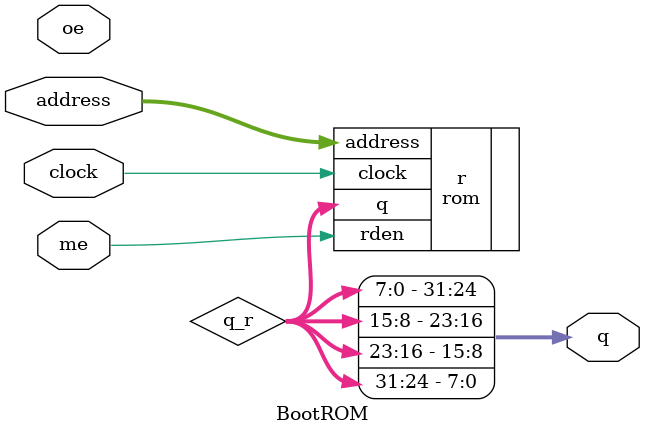
<source format=v>
module BootROM(
  input wire [10:0] address,
  input wire clock,
  input wire me,
  input wire oe,
  output wire [31:0] q
);

wire [31:0] q_r;

rom r(
  .address(address),
  .clock(clock),
  .rden(me),
  .q(q_r)
);

assign q[31:24] = q_r[7:0];
assign q[23:16] = q_r[15:8];
assign q[15:8] = q_r[23:16];
assign q[7:0] = q_r[31:24];

endmodule

</source>
